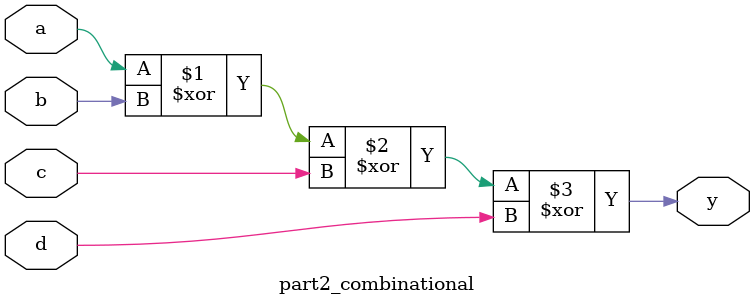
<source format=v>
module part2_combinational(
    input a,
    input b,
    input c,
    input d,
    output y
);

// Предполагаемая логика на основе временной диаграммы
assign y = a ^ b ^ c ^ d;

endmodule

</source>
